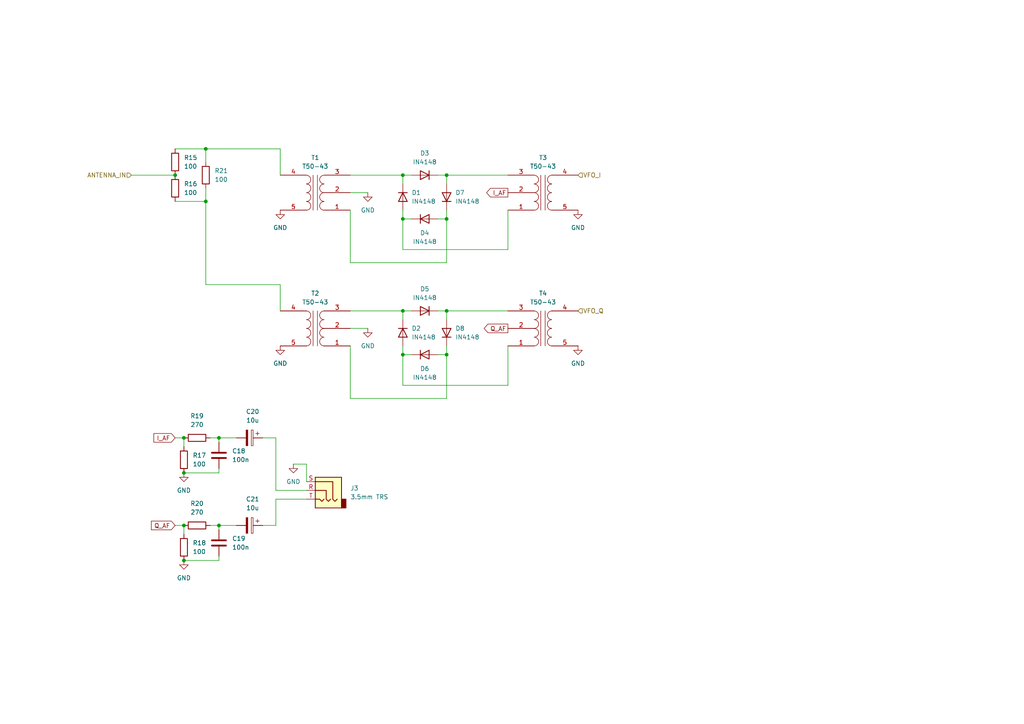
<source format=kicad_sch>
(kicad_sch (version 20250114) (generator "eeschema") (generator_version "9.0")
  (paper "A4")
  (lib_symbols
    (symbol "Connector_Audio:AudioJack3"
      (property "Reference" "J" (at 0 8.89 0))
      (property "Value" "AudioJack3" (at 0 6.35 0))
      (symbol "AudioJack3_0_1"
        (rectangle (start -5.08 -5.08) (end -6.35 -2.54) (stroke (width 0.254)) (fill (type outline)))
        (polyline (pts (xy -1.905 -2.54) (xy -1.27 -3.175) (xy -0.635 -2.54) (xy -0.635 0) (xy 2.54 0)) (stroke (width 0.254)))
        (polyline (pts (xy 0 -2.54) (xy 0.635 -3.175) (xy 1.27 -2.54) (xy 2.54 -2.54)) (stroke (width 0.254)))
        (rectangle (start 2.54 3.81) (end -5.08 -5.08) (stroke (width 0.254)) (fill (type background)))
        (polyline (pts (xy 2.54 2.54) (xy -2.54 2.54) (xy -2.54 -2.54) (xy -3.175 -3.175) (xy -3.81 -2.54)) (stroke (width 0.254)))
      )
      (symbol "AudioJack3_1_1"
        (pin passive line (at 5.08 2.54 180) (length 2.54) (name "~") (number "S"))
        (pin passive line (at 5.08 0 180) (length 2.54) (name "~") (number "R"))
        (pin passive line (at 5.08 -2.54 180) (length 2.54) (name "~") (number "T"))
      )
    )
    (symbol "Device:C" (pin_numbers (hide yes)) (pin_names (offset 0.254))
      (property "Reference" "C" (at 0.635 2.54 0))
      (property "Value" "C" (at 0.635 -2.54 0))
      (symbol "C_0_1"
        (polyline (pts (xy -2.032 0.762) (xy 2.032 0.762)) (stroke (width 0.508)))
        (polyline (pts (xy -2.032 -0.762) (xy 2.032 -0.762)) (stroke (width 0.508)))
      )
      (symbol "C_1_1"
        (pin passive line (at 0 3.81 270) (length 2.794) (name "~") (number "1"))
        (pin passive line (at 0 -3.81 90) (length 2.794) (name "~") (number "2"))
      )
    )
    (symbol "Device:C_Polarized" (pin_numbers (hide yes)) (pin_names (offset 0.254))
      (property "Reference" "C" (at 0.635 2.54 0))
      (property "Value" "C_Polarized" (at 0.635 -2.54 0))
      (symbol "C_Polarized_0_1"
        (rectangle (start -2.286 0.508) (end 2.286 1.016))
        (polyline (pts (xy -1.778 2.286) (xy -0.762 2.286)))
        (polyline (pts (xy -1.27 2.794) (xy -1.27 1.778)))
        (rectangle (start 2.286 -0.508) (end -2.286 -1.016) (fill (type outline)))
      )
      (symbol "C_Polarized_1_1"
        (pin passive line (at 0 3.81 270) (length 2.794) (name "~") (number "1"))
        (pin passive line (at 0 -3.81 90) (length 2.794) (name "~") (number "2"))
      )
    )
    (symbol "Device:D" (pin_numbers (hide yes)) (pin_names (offset 1.016) (hide yes))
      (property "Reference" "D" (at 0 2.54 0))
      (property "Value" "D" (at 0 -2.54 0))
      (symbol "D_0_1"
        (polyline (pts (xy -1.27 1.27) (xy -1.27 -1.27)) (stroke (width 0.254)))
        (polyline (pts (xy 1.27 1.27) (xy 1.27 -1.27) (xy -1.27 0) (xy 1.27 1.27)) (stroke (width 0.254)))
        (polyline (pts (xy 1.27 0) (xy -1.27 0)))
      )
      (symbol "D_1_1"
        (pin passive line (at -3.81 0 0) (length 2.54) (name "K") (number "1"))
        (pin passive line (at 3.81 0 180) (length 2.54) (name "A") (number "2"))
      )
    )
    (symbol "Device:R" (pin_numbers (hide yes)) (pin_names (offset 0))
      (property "Reference" "R" (at 2.032 0 90))
      (property "Value" "R" (at 0 0 90))
      (symbol "R_0_1"
        (rectangle (start -1.016 -2.54) (end 1.016 2.54) (stroke (width 0.254)))
      )
      (symbol "R_1_1"
        (pin passive line (at 0 3.81 270) (length 1.27) (name "~") (number "1"))
        (pin passive line (at 0 -3.81 90) (length 1.27) (name "~") (number "2"))
      )
    )
    (symbol "Device:Transformer_SP_1S" (pin_names (offset 1.016) (hide yes))
      (property "Reference" "T" (at 0 6.35 0))
      (property "Value" "Transformer_SP_1S" (at 0 -7.62 0))
      (symbol "Transformer_SP_1S_0_1"
        (arc (start -1.27 3.81) (mid -1.656 2.9336) (end -2.54 2.5654))
        (arc (start -1.27 1.27) (mid -1.656 0.3936) (end -2.54 0.0254))
        (arc (start -1.27 -1.27) (mid -1.656 -2.1464) (end -2.54 -2.5146))
        (arc (start -1.27 -3.81) (mid -1.656 -4.6864) (end -2.54 -5.0546))
        (arc (start -2.54 5.08) (mid -1.642 4.708) (end -1.27 3.81))
        (arc (start -2.54 2.54) (mid -1.642 2.168) (end -1.27 1.27))
        (arc (start -2.54 0) (mid -1.642 -0.372) (end -1.27 -1.27))
        (arc (start -2.54 -2.54) (mid -1.642 -2.912) (end -1.27 -3.81))
        (polyline (pts (xy -0.635 5.08) (xy -0.635 -5.08)))
        (polyline (pts (xy 0.635 -5.08) (xy 0.635 5.08)))
        (arc (start 1.2954 3.81) (mid 1.6457 4.7117) (end 2.54 5.08))
        (arc (start 1.2954 1.27) (mid 1.6457 2.1717) (end 2.54 2.54))
        (arc (start 1.2954 -1.27) (mid 1.6457 -0.3683) (end 2.54 0))
        (arc (start 2.54 2.5654) (mid 1.6599 2.9299) (end 1.2954 3.81))
        (arc (start 2.54 0.0254) (mid 1.6599 0.3899) (end 1.2954 1.27))
        (arc (start 2.54 -2.5146) (mid 1.6599 -2.1501) (end 1.2954 -1.27))
        (arc (start 1.3208 -3.81) (mid 1.6711 -2.9085) (end 2.5654 -2.54))
        (arc (start 2.5654 -5.0546) (mid 1.6851 -4.6902) (end 1.3208 -3.81))
      )
      (symbol "Transformer_SP_1S_1_1"
        (pin passive line (at -10.16 5.08 0) (length 7.62) (name "PR1") (number "1"))
        (pin passive line (at -10.16 0 0) (length 7.62) (name "PM") (number "2"))
        (pin passive line (at -10.16 -5.08 0) (length 7.62) (name "PR2") (number "3"))
        (pin passive line (at 10.16 5.08 180) (length 7.62) (name "S2") (number "5"))
        (pin passive line (at 10.16 -5.08 180) (length 7.62) (name "S1") (number "4"))
      )
    )
    (symbol "power:GND" (power) (pin_numbers (hide yes)) (pin_names (offset 0) (hide yes))
      (property "Value" "GND" (at 0 -3.81 0))
      (symbol "GND_0_1"
        (polyline (pts (xy 0 0) (xy 0 -1.27) (xy 1.27 -1.27) (xy 0 -2.54) (xy -1.27 -1.27) (xy 0 -1.27)))
      )
      (symbol "GND_1_1"
        (pin power_in line (at 0 0 270) (length 0) (name "~") (number "1"))
      )
    )
  )
  (junction (at 63.5 152.4))
  (junction (at 129.54 102.87))
  (junction (at 50.8 50.8))
  (junction (at 116.84 50.8))
  (junction (at 53.34 162.56))
  (junction (at 59.69 43.18))
  (junction (at 53.34 152.4))
  (junction (at 63.5 127))
  (junction (at 129.54 90.17))
  (junction (at 116.84 102.87))
  (junction (at 129.54 63.5))
  (junction (at 53.34 137.16))
  (junction (at 53.34 127))
  (junction (at 116.84 90.17))
  (junction (at 129.54 50.8))
  (junction (at 116.84 63.5))
  (junction (at 59.69 58.42))
  (wire (pts (xy 59.69 58.42) (xy 50.8 58.42)))
  (wire (pts (xy 63.5 161.29) (xy 63.5 162.56)))
  (wire (pts (xy 50.8 152.4) (xy 53.34 152.4)))
  (wire (pts (xy 119.38 63.5) (xy 116.84 63.5)))
  (wire (pts (xy 116.84 50.8) (xy 116.84 53.34)))
  (wire (pts (xy 50.8 43.18) (xy 59.69 43.18)))
  (wire (pts (xy 80.01 144.78) (xy 88.9 144.78)))
  (wire (pts (xy 129.54 90.17) (xy 147.32 90.17)))
  (wire (pts (xy 101.6 90.17) (xy 116.84 90.17)))
  (wire (pts (xy 116.84 102.87) (xy 116.84 100.33)))
  (wire (pts (xy 101.6 60.96) (xy 101.6 76.2)))
  (wire (pts (xy 80.01 152.4) (xy 80.01 144.78)))
  (wire (pts (xy 88.9 134.62) (xy 85.09 134.62)))
  (wire (pts (xy 53.34 127) (xy 53.34 129.54)))
  (wire (pts (xy 81.28 50.8) (xy 81.28 43.18)))
  (wire (pts (xy 147.32 60.96) (xy 147.32 72.39)))
  (wire (pts (xy 63.5 152.4) (xy 68.58 152.4)))
  (wire (pts (xy 119.38 90.17) (xy 116.84 90.17)))
  (wire (pts (xy 129.54 60.96) (xy 129.54 63.5)))
  (wire (pts (xy 63.5 135.89) (xy 63.5 137.16)))
  (wire (pts (xy 147.32 72.39) (xy 116.84 72.39)))
  (wire (pts (xy 129.54 115.57) (xy 129.54 102.87)))
  (wire (pts (xy 80.01 142.24) (xy 88.9 142.24)))
  (wire (pts (xy 80.01 127) (xy 80.01 142.24)))
  (wire (pts (xy 88.9 139.7) (xy 88.9 134.62)))
  (wire (pts (xy 76.2 152.4) (xy 80.01 152.4)))
  (wire (pts (xy 59.69 54.61) (xy 59.69 58.42)))
  (wire (pts (xy 116.84 72.39) (xy 116.84 63.5)))
  (wire (pts (xy 101.6 115.57) (xy 129.54 115.57)))
  (wire (pts (xy 129.54 76.2) (xy 129.54 63.5)))
  (wire (pts (xy 119.38 102.87) (xy 116.84 102.87)))
  (wire (pts (xy 60.96 152.4) (xy 63.5 152.4)))
  (wire (pts (xy 101.6 100.33) (xy 101.6 115.57)))
  (wire (pts (xy 53.34 152.4) (xy 53.34 154.94)))
  (wire (pts (xy 101.6 76.2) (xy 129.54 76.2)))
  (wire (pts (xy 116.84 111.76) (xy 116.84 102.87)))
  (wire (pts (xy 59.69 43.18) (xy 59.69 46.99)))
  (wire (pts (xy 101.6 95.25) (xy 106.68 95.25)))
  (wire (pts (xy 129.54 90.17) (xy 129.54 92.71)))
  (wire (pts (xy 81.28 90.17) (xy 81.28 82.55)))
  (wire (pts (xy 101.6 55.88) (xy 106.68 55.88)))
  (wire (pts (xy 129.54 100.33) (xy 129.54 102.87)))
  (wire (pts (xy 101.6 50.8) (xy 116.84 50.8)))
  (wire (pts (xy 129.54 63.5) (xy 127 63.5)))
  (wire (pts (xy 63.5 137.16) (xy 53.34 137.16)))
  (wire (pts (xy 129.54 50.8) (xy 147.32 50.8)))
  (wire (pts (xy 59.69 58.42) (xy 59.69 82.55)))
  (wire (pts (xy 119.38 50.8) (xy 116.84 50.8)))
  (wire (pts (xy 129.54 50.8) (xy 129.54 53.34)))
  (wire (pts (xy 60.96 127) (xy 63.5 127)))
  (wire (pts (xy 147.32 100.33) (xy 147.32 111.76)))
  (wire (pts (xy 63.5 152.4) (xy 63.5 153.67)))
  (wire (pts (xy 63.5 127) (xy 63.5 128.27)))
  (wire (pts (xy 63.5 127) (xy 68.58 127)))
  (wire (pts (xy 81.28 82.55) (xy 59.69 82.55)))
  (wire (pts (xy 81.28 43.18) (xy 59.69 43.18)))
  (wire (pts (xy 76.2 127) (xy 80.01 127)))
  (wire (pts (xy 147.32 111.76) (xy 116.84 111.76)))
  (wire (pts (xy 116.84 63.5) (xy 116.84 60.96)))
  (wire (pts (xy 127 90.17) (xy 129.54 90.17)))
  (wire (pts (xy 50.8 127) (xy 53.34 127)))
  (wire (pts (xy 63.5 162.56) (xy 53.34 162.56)))
  (wire (pts (xy 38.1 50.8) (xy 50.8 50.8)))
  (wire (pts (xy 116.84 90.17) (xy 116.84 92.71)))
  (wire (pts (xy 127 50.8) (xy 129.54 50.8)))
  (wire (pts (xy 129.54 102.87) (xy 127 102.87)))
  (global_label "I_AF" (shape output) (at 147.32 55.88 180) (property "Intersheetrefs" "${INTERSHEET_REFS}" (effects (hide yes))))
  (global_label "I_AF" (shape input) (at 50.8 127 180) (property "Intersheetrefs" "${INTERSHEET_REFS}" (effects (hide yes))))
  (global_label "Q_AF" (shape output) (at 147.32 95.25 180) (property "Intersheetrefs" "${INTERSHEET_REFS}" (effects (hide yes))))
  (global_label "Q_AF" (shape input) (at 50.8 152.4 180) (property "Intersheetrefs" "${INTERSHEET_REFS}" (effects (hide yes))))
  (hierarchical_label "VFO_Q" (shape input) (at 167.64 90.17 0))
  (hierarchical_label "ANTENNA_IN" (shape input) (at 38.1 50.8 180))
  (hierarchical_label "VFO_I" (shape input) (at 167.64 50.8 0))
  (symbol (lib_id "Device:R") (at 57.15 152.4 270) (unit 1)
    (property "Reference" "R20" (at 57.15 146.05 90))
    (property "Value" "270" (at 57.15 148.59 90))
    (property "Description" "Resistor" (effects (hide yes)))
  )
  (symbol (lib_id "power:GND") (at 53.34 137.16 0) (unit 1)
    (property "Reference" "#PWR04" (effects (hide yes)))
    (property "Value" "GND" (at 53.34 142.24 0))
    (property "Description" "Power symbol creates a global label with name \"GND\" , ground" (effects (hide yes)))
  )
  (symbol (lib_id "Device:D") (at 123.19 102.87 0) (unit 1)
    (property "Reference" "D6" (at 123.19 106.934 0))
    (property "Value" "IN4148" (at 123.19 109.474 0))
    (property "Description" "Diode" (effects (hide yes)))
    (property "Sim.Device" "D" (effects (hide yes)))
    (property "Sim.Pins" "1=K 2=A" (effects (hide yes)))
  )
  (symbol (lib_id "power:GND") (at 106.68 55.88 0) (unit 1)
    (property "Reference" "#PWR09" (effects (hide yes)))
    (property "Value" "GND" (at 106.68 60.96 0))
    (property "Description" "Power symbol creates a global label with name \"GND\" , ground" (effects (hide yes)))
  )
  (symbol (lib_id "power:GND") (at 81.28 100.33 0) (unit 1)
    (property "Reference" "#PWR07" (effects (hide yes)))
    (property "Value" "GND" (at 81.28 105.41 0))
    (property "Description" "Power symbol creates a global label with name \"GND\" , ground" (effects (hide yes)))
  )
  (symbol (lib_id "Connector_Audio:AudioJack3") (at 93.98 142.24 0) (mirror y) (unit 1)
    (property "Reference" "J3" (at 101.6 141.6049 0) (effects (justify right)))
    (property "Value" "3.5mm TRS" (at 101.6 144.1449 0) (effects (justify right)))
    (property "Description" "Audio Jack, 3 Poles (Stereo / TRS)" (effects (hide yes)))
  )
  (symbol (lib_id "Device:R") (at 53.34 133.35 0) (unit 1)
    (property "Reference" "R17" (at 55.88 132.0799 0) (effects (justify left)))
    (property "Value" "100" (at 55.88 134.6199 0) (effects (justify left)))
    (property "Description" "Resistor" (effects (hide yes)))
  )
  (symbol (lib_id "Device:R") (at 59.69 50.8 180) (unit 1)
    (property "Reference" "R21" (at 62.23 49.5299 0) (effects (justify right)))
    (property "Value" "100" (at 62.23 52.0699 0) (effects (justify right)))
    (property "Description" "Resistor" (effects (hide yes)))
  )
  (symbol (lib_id "Device:D") (at 123.19 63.5 0) (unit 1)
    (property "Reference" "D4" (at 123.19 67.564 0))
    (property "Value" "IN4148" (at 123.19 70.104 0))
    (property "Description" "Diode" (effects (hide yes)))
    (property "Sim.Device" "D" (effects (hide yes)))
    (property "Sim.Pins" "1=K 2=A" (effects (hide yes)))
  )
  (symbol (lib_id "power:GND") (at 81.28 60.96 0) (unit 1)
    (property "Reference" "#PWR06" (effects (hide yes)))
    (property "Value" "GND" (at 81.28 66.04 0))
    (property "Description" "Power symbol creates a global label with name \"GND\" , ground" (effects (hide yes)))
  )
  (symbol (lib_id "Device:R") (at 53.34 158.75 0) (unit 1)
    (property "Reference" "R18" (at 55.88 157.4799 0) (effects (justify left)))
    (property "Value" "100" (at 55.88 160.0199 0) (effects (justify left)))
    (property "Description" "Resistor" (effects (hide yes)))
  )
  (symbol (lib_id "Device:R") (at 50.8 46.99 180) (unit 1)
    (property "Reference" "R15" (at 53.34 45.7199 0) (effects (justify right)))
    (property "Value" "100" (at 53.34 48.2599 0) (effects (justify right)))
    (property "Description" "Resistor" (effects (hide yes)))
  )
  (symbol (lib_id "Device:D") (at 129.54 57.15 90) (unit 1)
    (property "Reference" "D7" (at 132.08 55.8799 90) (effects (justify right)))
    (property "Value" "IN4148" (at 132.08 58.4199 90) (effects (justify right)))
    (property "Description" "Diode" (effects (hide yes)))
    (property "Sim.Device" "D" (effects (hide yes)))
    (property "Sim.Pins" "1=K 2=A" (effects (hide yes)))
  )
  (symbol (lib_id "power:GND") (at 53.34 162.56 0) (unit 1)
    (property "Reference" "#PWR05" (effects (hide yes)))
    (property "Value" "GND" (at 53.34 167.64 0))
    (property "Description" "Power symbol creates a global label with name \"GND\" , ground" (effects (hide yes)))
  )
  (symbol (lib_id "power:GND") (at 167.64 60.96 0) (unit 1)
    (property "Reference" "#PWR011" (effects (hide yes)))
    (property "Value" "GND" (at 167.64 66.04 0))
    (property "Description" "Power symbol creates a global label with name \"GND\" , ground" (effects (hide yes)))
  )
  (symbol (lib_id "Device:C") (at 63.5 157.48 0) (unit 1)
    (property "Reference" "C19" (at 67.31 156.2099 0) (effects (justify left)))
    (property "Value" "100n" (at 67.31 158.7499 0) (effects (justify left)))
    (property "Description" "Unpolarized capacitor" (effects (hide yes)))
  )
  (symbol (lib_id "Device:D") (at 116.84 57.15 270) (unit 1)
    (property "Reference" "D1" (at 119.38 55.8799 90) (effects (justify left)))
    (property "Value" "IN4148" (at 119.38 58.4199 90) (effects (justify left)))
    (property "Description" "Diode" (effects (hide yes)))
    (property "Sim.Device" "D" (effects (hide yes)))
    (property "Sim.Pins" "1=K 2=A" (effects (hide yes)))
  )
  (symbol (lib_id "Device:R") (at 50.8 54.61 180) (unit 1)
    (property "Reference" "R16" (at 53.34 53.3399 0) (effects (justify right)))
    (property "Value" "100" (at 53.34 55.8799 0) (effects (justify right)))
    (property "Description" "Resistor" (effects (hide yes)))
  )
  (symbol (lib_id "Device:Transformer_SP_1S") (at 157.48 55.88 0) (mirror x) (unit 1)
    (property "Reference" "T3" (at 157.4927 45.72 0))
    (property "Value" "T50-43" (at 157.4927 48.26 0))
    (property "Description" "Transformer, split primary, single secondary" (effects (hide yes)))
  )
  (symbol (lib_id "Device:Transformer_SP_1S") (at 91.44 95.25 180) (unit 1)
    (property "Reference" "T2" (at 91.4273 85.09 0))
    (property "Value" "T50-43" (at 91.4273 87.63 0))
    (property "Description" "Transformer, split primary, single secondary" (effects (hide yes)))
  )
  (symbol (lib_id "Device:D") (at 116.84 96.52 270) (unit 1)
    (property "Reference" "D2" (at 119.38 95.2499 90) (effects (justify left)))
    (property "Value" "IN4148" (at 119.38 97.7899 90) (effects (justify left)))
    (property "Description" "Diode" (effects (hide yes)))
    (property "Sim.Device" "D" (effects (hide yes)))
    (property "Sim.Pins" "1=K 2=A" (effects (hide yes)))
  )
  (symbol (lib_id "power:GND") (at 85.09 134.62 0) (unit 1)
    (property "Reference" "#PWR08" (effects (hide yes)))
    (property "Value" "GND" (at 85.09 139.7 0))
    (property "Description" "Power symbol creates a global label with name \"GND\" , ground" (effects (hide yes)))
  )
  (symbol (lib_id "Device:C") (at 63.5 132.08 0) (unit 1)
    (property "Reference" "C18" (at 67.31 130.8099 0) (effects (justify left)))
    (property "Value" "100n" (at 67.31 133.3499 0) (effects (justify left)))
    (property "Description" "Unpolarized capacitor" (effects (hide yes)))
  )
  (symbol (lib_id "Device:D") (at 123.19 90.17 180) (unit 1)
    (property "Reference" "D5" (at 123.19 83.82 0))
    (property "Value" "IN4148" (at 123.19 86.36 0))
    (property "Description" "Diode" (effects (hide yes)))
    (property "Sim.Device" "D" (effects (hide yes)))
    (property "Sim.Pins" "1=K 2=A" (effects (hide yes)))
  )
  (symbol (lib_id "Device:D") (at 123.19 50.8 180) (unit 1)
    (property "Reference" "D3" (at 123.19 44.45 0))
    (property "Value" "IN4148" (at 123.19 46.99 0))
    (property "Description" "Diode" (effects (hide yes)))
    (property "Sim.Device" "D" (effects (hide yes)))
    (property "Sim.Pins" "1=K 2=A" (effects (hide yes)))
  )
  (symbol (lib_id "Device:C_Polarized") (at 72.39 152.4 270) (unit 1)
    (property "Reference" "C21" (at 73.279 144.78 90))
    (property "Value" "10u" (at 73.279 147.32 90))
    (property "Description" "Polarized capacitor" (effects (hide yes)))
  )
  (symbol (lib_id "Device:D") (at 129.54 96.52 90) (unit 1)
    (property "Reference" "D8" (at 132.08 95.2499 90) (effects (justify right)))
    (property "Value" "IN4148" (at 132.08 97.7899 90) (effects (justify right)))
    (property "Description" "Diode" (effects (hide yes)))
    (property "Sim.Device" "D" (effects (hide yes)))
    (property "Sim.Pins" "1=K 2=A" (effects (hide yes)))
  )
  (symbol (lib_id "Device:C_Polarized") (at 72.39 127 270) (unit 1)
    (property "Reference" "C20" (at 73.279 119.38 90))
    (property "Value" "10u" (at 73.279 121.92 90))
    (property "Description" "Polarized capacitor" (effects (hide yes)))
  )
  (symbol (lib_id "Device:Transformer_SP_1S") (at 157.48 95.25 0) (mirror x) (unit 1)
    (property "Reference" "T4" (at 157.4927 85.09 0))
    (property "Value" "T50-43" (at 157.4927 87.63 0))
    (property "Description" "Transformer, split primary, single secondary" (effects (hide yes)))
  )
  (symbol (lib_id "power:GND") (at 167.64 100.33 0) (unit 1)
    (property "Reference" "#PWR012" (effects (hide yes)))
    (property "Value" "GND" (at 167.64 105.41 0))
    (property "Description" "Power symbol creates a global label with name \"GND\" , ground" (effects (hide yes)))
  )
  (symbol (lib_id "Device:R") (at 57.15 127 270) (unit 1)
    (property "Reference" "R19" (at 57.15 120.65 90))
    (property "Value" "270" (at 57.15 123.19 90))
    (property "Description" "Resistor" (effects (hide yes)))
  )
  (symbol (lib_id "power:GND") (at 106.68 95.25 0) (unit 1)
    (property "Reference" "#PWR010" (effects (hide yes)))
    (property "Value" "GND" (at 106.68 100.33 0))
    (property "Description" "Power symbol creates a global label with name \"GND\" , ground" (effects (hide yes)))
  )
  (symbol (lib_id "Device:Transformer_SP_1S") (at 91.44 55.88 180) (unit 1)
    (property "Reference" "T1" (at 91.4273 45.72 0))
    (property "Value" "T50-43" (at 91.4273 48.26 0))
    (property "Description" "Transformer, split primary, single secondary" (effects (hide yes)))
  )
)
</source>
